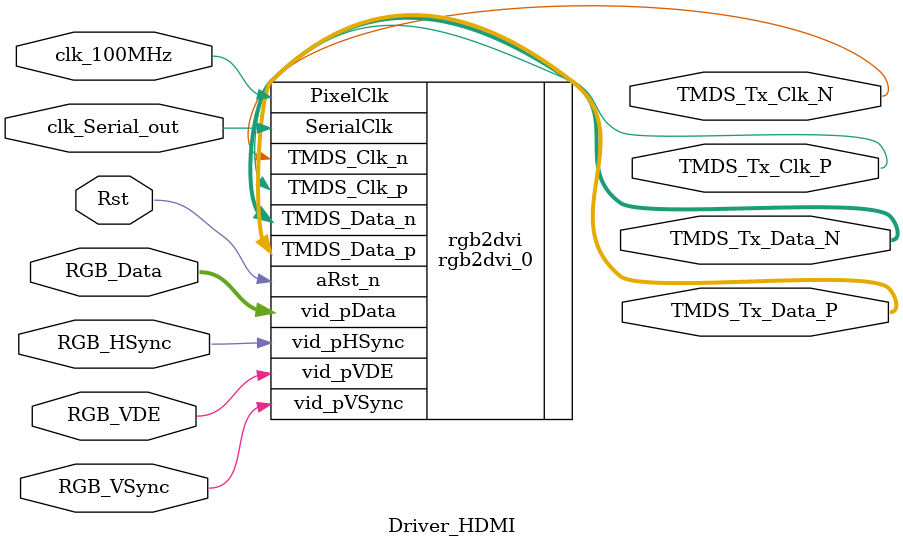
<source format=v>
`timescale 1ns / 1ps

//HDMIÇý¶¯
module Driver_HDMI(
    input clk_Serial_out,
    input clk_100MHz,
    input [23:0]RGB_Data,
    input RGB_HSync,
    input RGB_VSync,
    input RGB_VDE,
    input Rst,
    output TMDS_Tx_Clk_N,
    output TMDS_Tx_Clk_P,
    output [2:0]TMDS_Tx_Data_N,
    output [2:0]TMDS_Tx_Data_P
    );   
    
    //RGBToDviÊµÀý»¯
    rgb2dvi_0 rgb2dvi(
        .TMDS_Clk_p(TMDS_Tx_Clk_P),
        .TMDS_Clk_n(TMDS_Tx_Clk_N),
        .TMDS_Data_p(TMDS_Tx_Data_P),
        .TMDS_Data_n(TMDS_Tx_Data_N),
        .aRst_n(Rst),
        .vid_pData(RGB_Data),
        .vid_pVDE(RGB_VDE),
        .vid_pHSync(RGB_HSync),
        .vid_pVSync(RGB_VSync),
        .PixelClk(clk_100MHz),
        .SerialClk(clk_Serial_out));
endmodule

</source>
